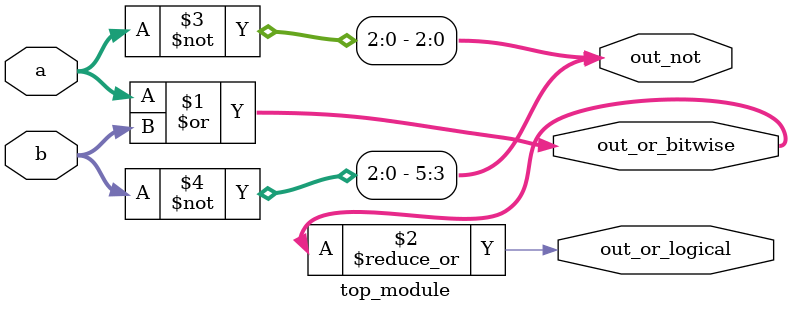
<source format=v>
module top_module( 
    input [2:0] a,
    input [2:0] b,
    output [2:0] out_or_bitwise,
    output out_or_logical,
    output [5:0] out_not
);
    assign out_or_bitwise=a|b;
    assign out_or_logical=|out_or_bitwise;
    assign out_not={~b,~a};
endmodule
</source>
